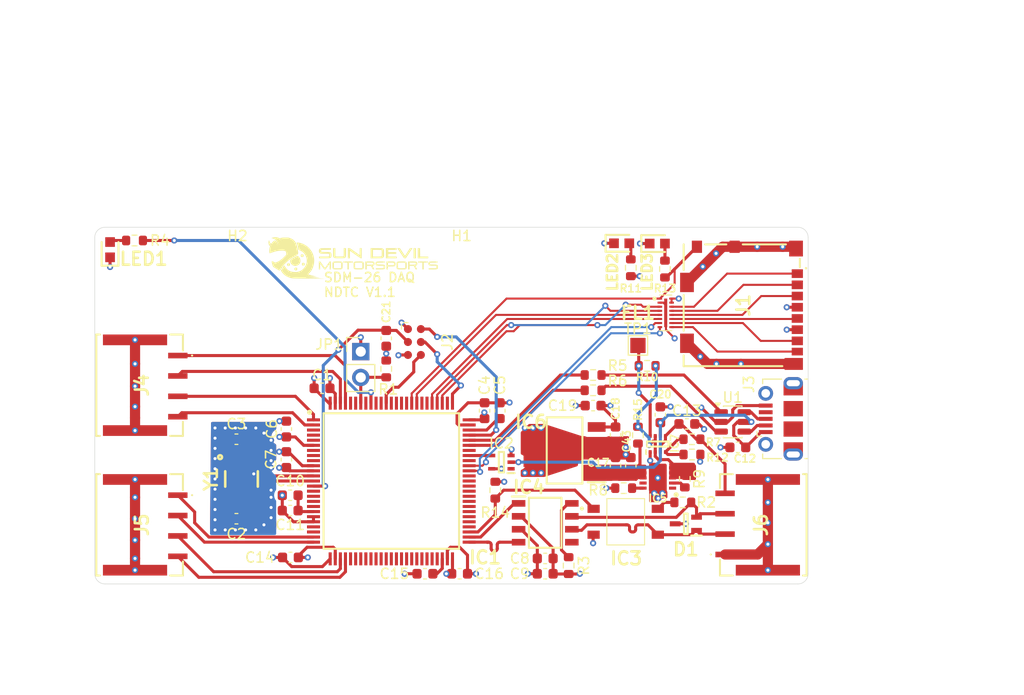
<source format=kicad_pcb>
(kicad_pcb (version 20241229) (generator "pcbnew") (generator_version "9.0")
  (layers (0 "F.Cu" signal) (4 "In1.Cu" signal) (6 "In2.Cu" signal) (2 "B.Cu" signal) (13 "F.Paste" user) (15 "B.Paste" user) (5 "F.SilkS" user "F.Silkscreen") (7 "B.SilkS" user "B.Silkscreen") (1 "F.Mask" user) (3 "B.Mask" user) (25 "Edge.Cuts" user))
  (net 0 "")
  (net 1 "GND")
  (net 2 "/HSE_OUT")
  (net 3 "/HSE_IN")
  (net 4 "+3.3V")
  (net 5 "VCC")
  (net 6 "GNDA")
  (net 7 "VBUS")
  (net 8 "/CAN_LOW")
  (net 9 "/CAN_HI")
  (net 10 "/SDMMC1_D3")
  (net 11 "Net-(FL1-DAT2_EX)")
  (net 12 "/SDMMC1_CMD")
  (net 13 "Net-(FL1-CMD_EX)")
  (net 14 "/SDMMC1_CK")
  (net 15 "Net-(FL1-DAT1_EX)")
  (net 16 "/SDMMC1_D2")
  (net 17 "Net-(FL1-CLK_EX)")
  (net 18 "Net-(FL1-DAT3_EX)")
  (net 19 "/SDMMC1_D0")
  (net 20 "Net-(FL1-DAT0_EX)")
  (net 21 "/SDMMC1_D1")
  (net 22 "/SDMMC1_CD")
  (net 33 "/Reset")
  (net 38 "WheelSpeed_2")
  (net 39 "WheelSpeed_4")
  (net 40 "/USB_OTG_DM")
  (net 45 "/SWDIO")
  (net 49 "Net-(IC1-BOOT0)")
  (net 52 "/USB_OTG_DP")
  (net 54 "/SWCLK")
  (net 62 "/FDCAN2_RX")
  (net 68 "/FDCAN2_TX")
  (net 69 "/USER_LED")
  (net 70 "/ECU_Feedback")
  (net 73 "/CAN_TERM")
  (net 75 "/SWO")
  (net 77 "WheelSpeed_3")
  (net 82 "/USB_OTG_VBUS")
  (net 86 "TC_Prediction")
  (net 90 "WheelSpeed_1")
  (net 92 "Net-(IC3-Pad6)")
  (net 93 "+5V")
  (net 96 "Net-(J3-D+)")
  (net 104 "Net-(J3-D-)")
  (net 105 "Net-(LED1-A)")
  (net 106 "Net-(IC1-VCAP_2)")
  (net 107 "Net-(IC1-VCAP_1)")
  (net 108 "Net-(LED2-A)")
  (net 111 "Net-(IC4-Rs)")
  (net 113 "Net-(IC5-ILIM)")
  (net 115 "Net-(IC5-EN{slash}UVLO)")
  (net 116 "Net-(IC7-ST)")
  (net 117 "Net-(R5-Pad1)")
  (net 118 "Net-(R6-Pad2)")
  (net 119 "/MISC_1")
  (net 120 "/MISC_2")
  (net 125 "Net-(IC7-PR1)")
  (net 126 "Net-(LED3-A)")
  (net 127 "/EFUSE_OUT")
  (footprint "SDM_MiscFootprint:ABM3B" (layer "F.Cu") (at 114.4 139.7 -90)
    (property "Reference" "Y1")
    (property "Value" "ABM3B-8.000MHZ-10-1-U-T" (hide yes))
  )
  (footprint "SDM_MiscFootprint:SM04BULHK1TA1ETBHF" (layer "F.Cu") (at 104.4 130.5 90)
    (property "Reference" "J4")
    (property "Value" "SM04B-ULHK-1TA1-ETB_HF_" (hide yes))
  )
  (footprint "Connector_PinHeader_2.54mm:PinHeader_1x02_P2.54mm_Vertical" (layer "F.Cu") (at 126.1 127.2)
    (property "Reference" "JP1")
    (property "Value" "BOOT")
  )
  (footprint "Resistor_SMD:R_0603_1608Metric" (layer "F.Cu") (at 153.3 135.4 -90)
    (property "Reference" "R15")
    (property "Value" "0")
  )
  (footprint "SDM_MiscFootprint:SOT65P210X110-5L" (layer "F.Cu") (at 139.9 138.05 180)
    (property "Reference" "IC2")
    (property "Value" "74LVC1G17SE-7" (hide yes))
  )
  (footprint "Resistor_SMD:R_0603_1608Metric" (layer "F.Cu") (at 148.9 131)
    (property "Reference" "R6")
    (property "Value" "27")
  )
  (footprint "Capacitor_SMD:C_0603_1608Metric" (layer "F.Cu") (at 132.4 149 180)
    (property "Reference" "C15")
    (property "Value" "2.2uF")
  )
  (footprint "MountingHole:MountingHole_3.2mm_M3" (layer "F.Cu") (at 136 120)
    (property "Reference" "H1")
    (property "Value" "M3")
  )
  (footprint "Capacitor_SMD:C_0603_1608Metric" (layer "F.Cu") (at 118.8 137.8 90)
    (property "Reference" "C7")
    (property "Value" "100nF")
  )
  (footprint "Capacitor_SMD:C_0603_1608Metric" (layer "F.Cu") (at 119.175 142.8 180)
    (property "Reference" "C11")
    (property "Value" "1uF")
  )
  (footprint "Resistor_SMD:R_0603_1608Metric" (layer "F.Cu") (at 154.2 128.6 180)
    (property "Reference" "R10")
    (property "Value" "10k")
  )
  (footprint "Package_TO_SOT_SMD:SOT-23-6" (layer "F.Cu") (at 162.6 134.1)
    (property "Reference" "U1")
    (property "Value" "USBLC6-2SC6")
  )
  (footprint "SDM_MiscFootprint:SM04BULHK1TA1ETBHF" (layer "F.Cu") (at 165.6 144.2 -90)
    (property "Reference" "J6")
    (property "Value" "SM04B-ULHK-1TA1-ETB_HF_" (hide yes))
  )
  (footprint "SDM_MiscFootprint:SOIC127P600X175-8L" (layer "F.Cu") (at 144.2 144)
    (property "Reference" "IC4")
    (property "Value" "SN65HVD230QDR" (hide yes))
  )
  (footprint "SDM_MiscFootprint:1040310811" (layer "F.Cu") (at 163.644 122.655 90)
    (property "Reference" "J1")
    (property "Value" "104031-0811" (hide yes))
  )
  (footprint "Capacitor_SMD:C_0603_1608Metric" (layer "F.Cu") (at 128.6 125.9 -90)
    (property "Reference" "C21")
    (property "Value" "100nF")
  )
  (footprint "SDM_MiscFootprint:SOTFL50P160X60-8L" (layer "F.Cu") (at 155.25 136.2695 90)
    (property "Reference" "IC7")
    (property "Value" "TPS2116DRLR" (hide yes))
  )
  (footprint "TestPoint:TestPoint_Pad_1.5x1.5mm" (layer "F.Cu") (at 153.3 126.6)
    (property "Reference" "TP1")
    (property "Value" "ST_5V")
  )
  (footprint "Capacitor_SMD:C_0603_1608Metric" (layer "F.Cu") (at 139.75 133 -90)
    (property "Reference" "C5")
    (property "Value" "2.2uF")
  )
  (footprint "Resistor_SMD:R_0603_1608Metric" (layer "F.Cu") (at 128.6 128.9 -90)
    (property "Reference" "R1")
    (property "Value" "10k")
  )
  (footprint "Capacitor_SMD:C_0603_1608Metric" (layer "F.Cu") (at 122.3 130.8 180)
    (property "Reference" "C1")
    (property "Value" "100nF")
  )
  (footprint "LOGO" (layer "F.Cu") (at 125.4 118)
    (property "Reference" "G***" (hide yes))
    (property "Value" "LOGO" (hide yes))
  )
  (footprint "SDM_MiscFootprint:LEDC1608X80N" (layer "F.Cu") (at 151.7 116.575)
    (property "Reference" "LED2")
    (property "Value" "150060RS75000" (hide yes))
  )
  (footprint "Resistor_SMD:R_0603_1608Metric" (layer "F.Cu") (at 157.9 139.7 -90)
    (property "Reference" "R9")
    (property "Value" "1M")
  )
  (footprint "Resistor_SMD:R_0603_1608Metric" (layer "F.Cu") (at 139.3 140.8 -90)
    (property "Reference" "R14")
    (property "Value" "10k")
  )
  (footprint "Capacitor_SMD:C_0603_1608Metric" (layer "F.Cu") (at 155.5 133.4 90)
    (property "Reference" "C20")
    (property "Value" "1uF")
  )
  (footprint "SDM_MiscFootprint:Tag-Connect_TC2030-IDC-NL_2x03_P1.27mm_Vertical" (layer "F.Cu") (at 131.365 126.26 -90)
    (property "Reference" "J2")
    (property "Value" "Conn_ARM_SWD_TagConnect_TC2030-NL")
  )
  (footprint "Resistor_SMD:R_0603_1608Metric" (layer "F.Cu") (at 158.6 137.3)
    (property "Reference" "R12")
    (property "Value" "10k")
  )
  (footprint "Capacitor_SMD:C_0603_1608Metric" (layer "F.Cu") (at 113.9 143.6 180)
    (property "Reference" "C2")
    (property "Value" "6pF")
  )
  (footprint "SDM_MiscFootprint:LEDC1608X80N" (layer "F.Cu") (at 101.5 117.2 90)
    (property "Reference" "LED1")
    (property "Value" "150060GS75000" (hide yes))
  )
  (footprint "Capacitor_SMD:C_0603_1608Metric" (layer "F.Cu") (at 135.8 149 180)
    (property "Reference" "C16")
    (property "Value" "100nF")
  )
  (footprint "Capacitor_SMD:C_0603_1608Metric" (layer "F.Cu") (at 152.6 138.375 90)
    (property "Reference" "C43")
    (property "Value" "1uF")
  )
  (footprint "Capacitor_SMD:C_0603_1608Metric" (layer "F.Cu") (at 151.1 138.375 -90)
    (property "Reference" "C17")
    (property "Value" "10uF")
  )
  (footprint "Resistor_SMD:R_0603_1608Metric" (layer "F.Cu") (at 151.9 140.6)
    (property "Reference" "R8")
    (property "Value" "60.4k")
  )
  (footprint "SDM_MiscFootprint:SM04BULHK1TA1ETBHF" (layer "F.Cu") (at 104.4 144.2 90)
    (property "Reference" "J5")
    (property "Value" "SM04B-ULHK-1TA1-ETB_HF_" (hide yes))
  )
  (footprint "Capacitor_SMD:C_0603_1608Metric" (layer "F.Cu") (at 119.175 141.3)
    (property "Reference" "C10")
    (property "Value" "100nF")
  )
  (footprint "Resistor_SMD:R_0603_1608Metric" (layer "F.Cu") (at 148.9 129.5 180)
    (property "Reference" "R5")
    (property "Value" "27")
  )
  (footprint "SDM_MiscFootprint:SOT65P210X110-3N" (layer "F.Cu") (at 158 144.1 180)
    (property "Reference" "D1")
    (property "Value" "ESDCAN03-2BWY" (hide yes))
  )
  (footprint "SDM_MiscFootprint:TLP266J" (layer "F.Cu") (at 152.15 143.9)
    (property "Reference" "IC3")
    (property "Value" "TLP175A_TPL,E" (hide yes))
  )
  (footprint "SDM_MiscFootprint:SON50P300X300X100-11L-D" (layer "F.Cu") (at 155.249 139.6 180)
    (property "Reference" "IC5")
    (property "Value" "TPS259250DRCR" (hide yes))
  )
  (footprint "Capacitor_SMD:C_0603_1608Metric" (layer "F.Cu") (at 163.1 136.6)
    (property "Reference" "C12")
    (property "Value" "100nF")
  )
  (footprint "Resistor_SMD:R_0603_1608Metric" (layer "F.Cu") (at 103.9 116.3 180)
    (property "Reference" "R4")
    (property "Value" "5.05")
  )
  (footprint "Capacitor_SMD:C_0603_1608Metric" (layer "F.Cu") (at 144.2 149)
    (property "Reference" "C9")
    (property "Value" "100nF")
  )
  (footprint "Capacitor_SMD:C_0603_1608Metric" (layer "F.Cu") (at 144.2 147.5)
    (property "Reference" "C8")
    (property "Value" "100nF")
  )
  (footprint "Resistor_SMD:R_0603_1608Metric" (layer "F.Cu") (at 146.5 148.2 90)
    (property "Reference" "R3")
    (property "Value" "10k")
  )
  (footprint "SDM_MiscFootprint:QFP50P1600X1600X160-100L" (layer "F.Cu") (at 129.1 139.9)
    (property "Reference" "IC1")
    (property "Value" "STM32H743VIT6" (hide yes))
  )
  (footprint "Capacitor_SMD:C_0603_1608Metric" (layer "F.Cu") (at 118.8 134.8 90)
    (property "Reference" "C6")
    (property "Value" "100nF")
  )
  (footprint "Capacitor_SMD:C_0603_1608Metric" (layer "F.Cu") (at 151.1 135.375 90)
    (property "Reference" "C18")
    (property "Value" "10uF")
  )
  (footprint "Connector_USB:USB_Micro-B_Molex-105017-0001" (layer "F.Cu") (at 167.3 133.8 90)
    (property "Reference" "J3")
    (property "Value" "USB_B_Micro")
  )
  (footprint "SDM_MiscFootprint:SOT230P700X180-4N" (layer "F.Cu") (at 146.1 136.9 180)
    (property "Reference" "IC6")
    (property "Value" "MIC37100-3.3WS" (hide yes))
  )
  (footprint "MountingHole:MountingHole_3.2mm_M3" (layer "F.Cu") (at 114 120)
    (property "Reference" "H2")
    (property "Value" "M3")
  )
  (footprint "Resistor_SMD:R_0603_1608Metric" (layer "F.Cu") (at 157.7 142)
    (property "Reference" "R2")
    (property "Value" "120")
  )
  (footprint "Capacitor_SMD:C_0603_1608Metric" (layer "F.Cu") (at 113.9 135.8)
    (property "Reference" "C3")
    (property "Value" "6pF")
  )
  (footprint "Resistor_SMD:R_0603_1608Metric" (layer "F.Cu") (at 155.95 119.1 90)
    (property "Reference" "R13")
    (property "Value" "68")
  )
  (footprint "Capacitor_SMD:C_0603_1608Metric" (layer "F.Cu") (at 138.25 133 -90)
    (property "Reference" "C4")
    (property "Value" "100nF")
  )
  (footprint "Capacitor_SMD:C_0603_1608Metric" (layer "F.Cu") (at 158.1 134.3 180)
    (property "Reference" "C13")
    (property "Value" "1uF")
  )
  (footprint "Resistor_SMD:R_0603_1608Metric" (layer "F.Cu") (at 158.6 135.8 180)
    (property "Reference" "R7")
    (property "Value" "10k")
  )
  (footprint "SDM_MiscFootprint:LEDC1608X80N" (layer "F.Cu") (at 155.2 116.6)
    (property "Reference" "LED3")
    (property "Value" "150060RS75000" (hide yes))
  )
  (footprint "Resistor_SMD:R_0603_1608Metric" (layer "F.Cu") (at 152.6 118.975 90)
    (property "Reference" "R11")
    (property "Value" "68")
  )
  (footprint "SDM_MiscFootprint:EMIF06MSD02N16" (layer "F.Cu") (at 155.825 123.4 -90)
    (property "Reference" "FL1")
    (property "Value" "EMIF06-MSD02N16" (hide yes))
  )
  (footprint "Capacitor_SMD:C_0603_1608Metric" (layer "F.Cu") (at 148.9 132.5)
    (property "Reference" "C19")
    (property "Value" "4.7uF")
  )
  (footprint "Capacitor_SMD:C_0603_1608Metric" (layer "F.Cu") (at 119.2 147.4)
    (property "Reference" "C14")
    (property "Value" "100nF")
  )
  (gr_line (start 101 115) (end 169 115) (stroke (width 0.05)) (layer "Edge.Cuts"))
  (gr_arc (start 170 149) (mid 169.707107 149.707107) (end 169 150) (stroke (width 0.05)) (layer "Edge.Cuts"))
  (gr_arc (start 100 116) (mid 100.292893 115.292893) (end 101 115) (stroke (width 0.05)) (layer "Edge.Cuts"))
  (gr_arc (start 101 150) (mid 100.292893 149.707107) (end 100 149) (stroke (width 0.05)) (layer "Edge.Cuts"))
  (gr_line (start 100 149) (end 100 116) (stroke (width 0.05)) (layer "Edge.Cuts"))
  (gr_line (start 170 116) (end 170 149) (stroke (width 0.05)) (layer "Edge.Cuts"))
  (gr_line (start 169 150) (end 101 150) (stroke (width 0.05)) (layer "Edge.Cuts"))
  (gr_arc (start 169 115) (mid 169.707107 115.292893) (end 170 116) (stroke (width 0.05)) (layer "Edge.Cuts"))
  (gr_text "SDM-26 DAQ\nNDTC V1.1" (at 122.4 121.9 0) (layer "F.SilkS") (effects (font (size 0.9 0.9)) (justify left bottom)))
  (segment (start 154.5 137.9) (end 154.5 137.0575) (width 0.3) (layer "F.Cu") (net 1))
  (segment (start 113.125 143.6) (end 113.125 141.775) (width 0.3) (layer "F.Cu") (net 1))
  (segment (start 159.414 127.686) (end 158.113 126.385) (width 1) (layer "F.Cu") (net 1))
  (segment (start 113.125 143.6) (end 113.125 144.375) (width 0.3) (layer "F.Cu") (net 1))
  (segment (start 147.575 149.025) (end 147.6 149) (width 0.3) (layer "F.Cu") (net 1))
  (segment (start 138.25 132.225) (end 139.75 132.225) (width 0.3) (layer "F.Cu") (net 1))
  (segment (start 168.638 116.915) (end 168.813 117.09) (width 1) (layer "F.Cu") (net 1))
  (segment (start 136.625 132.225) (end 138.25 132.225) (width 0.3) (layer "F.Cu") (net 1))
  (segment (start 144.975 146.512) (end 144.975 147.5) (width 0.3) (layer "F.Cu") (net 1))
  (segment (start 123.1 132.262) (end 122.987 132.262) (width 0.3) (layer "F.Cu") (net 1))
  (segment (start 149.95 137.6) (end 149.25 136.9) (width 0.3) (layer "F.Cu") (net 1))
  (segment (start 136.575 149) (end 137.4 149) (width 0.3) (layer "F.Cu") (net 1))
  (segment (start 162.788 116.915) (end 161.613 116.915) (width 1) (layer "F.Cu") (net 1))
  (segment (start 163.4 128.41) (end 161 128.41) (width 1) (layer "F.Cu") (net 1))
  (segment (start 166.05 142) (end 166.05 144) (width 1) (layer "F.Cu") (net 1))
  (segment (start 103.95 145.7) (end 103.95 147.5) (width 1) (layer "F.Cu") (net 1))
  (segment (start 152.3 137.3) (end 152.6 137.6) (width 0.3) (layer "F.Cu") (net 1))
  (segment (start 148.9 145.22) (end 148.95 145.17) (width 0.3) (layer "F.Cu") (net 1))
  (segment (start 151.1 137.6) (end 149.95 137.6) (width 0.3) (layer "F.Cu") (net 1))
  (segment (start 139.75 132.225) (end 140.675 132.225) (width 0.3) (layer "F.Cu") (net 1))
  (segment (start 150.2 140.6) (end 151.075 140.6) (width 0.3) (layer "F.Cu") (net 1))
  (segment (start 123.1 147.538) (end 122.338 148.3) (width 0.3) (layer "F.Cu") (net 1))
  (segment (start 140.85 136.85) (end 140.9 136.8) (width 0.3) (layer "F.Cu") (net 1))
  (segment (start 151.65 136.15) (end 151.1 136.15) (width 0.3) (layer "F.Cu") (net 1))
  (segment (start 166.05 139.75) (end 166.05 142) (width 1) (layer "F.Cu") (net 1))
  (segment (start 140.85 137.4) (end 140.85 136.85) (width 0.3) (layer "F.Cu") (net 1))
  (segment (start 103.95 132.6) (end 103.95 133.7) (width 1) (layer "F.Cu") (net 1))
  (segment (start 160.138 128.41) (end 159.414 127.686) (width 1) (layer "F.Cu") (net 1))
  (segment (start 144.975 146.512) (end 141.828 143.365) (width 0.3) (layer "F.Cu") (net 1))
  (segment (start 103.95 140.05) (end 103.95 141.5) (width 1) (layer "F.Cu") (net 1))
  (segment (start 150 136.15) (end 149.25 136.9) (width 0.3) (layer "F.Cu") (net 1))
  (segment (start 118.98781 137.025) (end 118.8 137.025) (width 0.3) (layer "F.Cu") (net 1))
  (segment (start 156.051 123.426) (end 156.025 123.4) (width 0.2) (layer "F.Cu") (net 1))
  (segment (start 118.1 137.025) (end 118.8 137.025) (width 0.3) (layer "F.Cu") (net 1))
  (segment (start 103.95 126.05) (end 103.95 128.4) (width 1) (layer "F.Cu") (net 1))
  (segment (start 113.125 141.775) (end 113.2 141.7) (width 0.3) (layer "F.Cu") (net 1))
  (segment (start 159.28076 134.3) (end 159.79038 134.80962) (width 0.3) (layer "F.Cu") (net 1))
  (segment (start 146.5 149.025) (end 145 149.025) (width 0.3) (layer "F.Cu") (net 1))
  (segment (start 161 128.41) (end 160.138 128.41) (width 1) (layer "F.Cu") (net 1))
  (segment (start 162.788 116.915) (end 165 116.915) (width 1) (layer "F.Cu") (net 1))
  (segment (start 165.8375 132.5) (end 163.012322 132.5) (width 0.3) (layer "F.Cu") (net 1))
  (segment (start 148.9 146) (end 148.9 145.22) (width 0.3) (layer "F.Cu") (net 1))
  (segment (start 141.589 143.465) (end 141.928 143.465) (width 0.3) (layer "F.Cu") (net 1))
  (segment (start 113.125 144.375) (end 112.8 144.7) (width 0.3) (layer "F.Cu") (net 1))
  (segment (start 115.6 139.2) (end 115.6 137.7) (width 0.3) (layer "F.Cu") (net 1))
  (segment (start 134.9 146.4) (end 135.8 146.4) (width 0.3) (layer "F.Cu") (net 1))
  (segment (start 122.338 148.3) (end 119.325 148.3) (width 0.3) (layer "F.Cu") (net 1))
  (segment (start 122.987 132.262) (end 121.525 130.8) (width 0.3) (layer "F.Cu") (net 1))
  (segment (start 123.1 132.362) (end 123.087 132.362) (width 0.3) (layer "F.Cu") (net 1))
  (segment (start 156.025 123.4) (end 156.025 122.625) (width 0.2) (layer "F.Cu") (net 1))
  (segment (start 136.575 147.175) (end 136.575 149) (width 0.3) (layer "F.Cu") (net 1))
  (segment (start 151.1 136.15) (end 150 136.15) (width 0.3) (layer "F.Cu") (net 1))
  (segment (start 156.9 125.9) (end 156.051 125.051) (width 0.2) (layer "F.Cu") (net 1))
  (segment (start 136.738 134.4) (end 135.7 134.4) (width 0.3) (layer "F.Cu") (net 1))
  (segment (start 135.7 134.4) (end 135.55 134.25) (width 0.3) (layer "F.Cu") (net 1))
  (segment (start 165 116.915) (end 167.5 116.915) (width 1) (layer "F.Cu") (net 1))
  (segment (start 161.85 147.11) (end 165.04 147.11) (width 1) (layer "F.Cu") (net 1))
  (segment (start 162.6 133.624998) (end 162.124998 134.1) (width 0.3) (layer "F.Cu") (net 1))
  (segment (start 166.05 146.1) (end 166.05 148.65) (width 1) (layer "F.Cu") (net 1))
  (segment (start 152.1 137.3) (end 151.8 137.6) (width 0.3) (layer "F.Cu") (net 1))
  (segment (start 161.613 116.915) (end 160.964 117.564) (width 1) (layer "F.Cu") (net 1))
  (segment (start 147.2 132.5) (end 148.125 132.5) (width 0.3) (layer "F.Cu") (net 1))
  (segment (start 166.05 144) (end 166.05 146.1) (width 1) (layer "F.Cu") (net 1))
  (segment (start 101.5 117.95) (end 101.5 118.9) (width 0.3) (layer "F.Cu") (net 1))
  (segment (start 156.95 144.1) (end 158 144.1) (width 0.3) (layer "F.Cu") (net 1))
  (segment (start 159.425 137.975) (end 159.4 138) (width 0.3) (layer "F.Cu") (net 1))
  (segment (start 103.95 147.5) (end 103.95 148.599) (width 1) (layer "F.Cu") (net 1))
  (segment (start 118.425 147.4) (end 117.5 147.4) (width 0.3) (layer "F.Cu") (net 1))
  (segment (start 131.625 149) (end 130.4 149) (width 0.3) (layer "F.Cu") (net 1))
  (segment (start 139.3 139.975) (end 140.175 139.975) (width 0.3) (layer "F.Cu") (net 1))
  (segment (start 167.5 116.915) (end 168.638 116.915) (width 1) (layer "F.Cu") (net 1))
  (segment (start 160.964 117.564) (end 159.664 118.864) (width 1) (layer "F.Cu") (net 1))
  (segment (start 118.8 137.1) (end 118.8 137.025) (width 0.2) (layer "F.Cu") (net 1))
  (segment (start 158.875 134.3) (end 159.28076 134.3) (width 0.3) (layer "F.Cu") (net 1))
  (segment (start 134.6 147.538) (end 134.6 146.7) (width 0.3) (layer "F.Cu") (net 1))
  (segment (start 130.73 127.53) (end 129.83 127.53) (width 0.3) (layer "F.Cu") (net 1))
  (segment (start 168.938 125.05) (end 167.9 125.05) (width 0.3) (layer "F.Cu") (net 1))
  (segment (start 144.975 147.5) (end 144.975 149) (width 0.3) (layer "F.Cu") (net 1))
  (segment (start 162.325 136.6) (end 161.4 136.6) (width 0.3) (layer "F.Cu") (net 1))
  (segment (start 135.8 146.4) (end 136.575 147.175) (width 0.3) (layer "F.Cu") (net 1))
  (segment (start 152.1 137.3) (end 152.3 137.3) (width 0.3) (layer "F.Cu") (net 1))
  (segment (start 103.95 130.6) (end 103.95 132.6) (width 1) (layer "F.Cu") (net 1))
  (segment (start 155.45 122.4) (end 155.8 122.4) (width 0.2) (layer "F.Cu") (net 1))
  (segment (start 146.5 149.025) (end 147.575 149.025) (width 0.3) (layer "F.Cu") (net 1))
  (segment (start 141.828 143.365) (end 141.589 143.365) (width 0.3) (layer "F.Cu") (net 1))
  (segment (start 163.012322 132.5) (end 162.6 132.912322) (width 0.3) (layer "F.Cu") (net 1))
  (segment (start 128.6 127.4) (end 128.6 126.675) (width 0.3) (layer "F.Cu") (net 1))
  (segment (start 103.95 141.5) (end 103.95 143.6) (width 1) (layer "F.Cu") (net 1))
  (segment (start 159.664 118.864) (end 158.113 120.415) (width 1) (layer "F.Cu") (net 1))
  (segment (start 160.91924 134.1) (end 159.50962 132.69038) (width 0.3) (layer "F.Cu") (net 1))
  (segment (start 113.125 135.8) (end 113.125 135.025) (width 0.3) (layer "F.Cu") (net 1))
  (segment (start 140.675 132.225) (end 140.7 132.2) (width 0.3) (layer "F.Cu") (net 1))
  (segment (start 161.4625 134.1) (end 160.91924 134.1) (width 0.3) (layer "F.Cu") (net 1))
  (segment (start 155.5 132.625) (end 156.475 132.625) (width 0.3) (layer "F.Cu") (net 1))
  (segment (start 159.425 137.3) (end 159.425 137.975) (width 0.3) (layer "F.Cu") (net 1))
  (segment (start 156.475 132.625) (end 156.5 132.6) (width 0.3) (layer "F.Cu") (net 1))
  (segment (start 103.95 133.7) (end 103.95 134.95) (width 1) (layer "F.Cu") (net 1))
  (segment (start 120.36281 138.4) (end 118.98781 137.025) (width 0.3) (layer "F.Cu") (net 1))
  (segment (start 135.55 134.25) (end 135.55 133.3) (width 0.3) (layer "F.Cu") (net 1))
  (segment (start 118.125 134.025) (end 118.8 134.025) (width 0.3) (layer "F.Cu") (net 1))
  (segment (start 151.1 137.6) (end 151.1 136.15) (width 0.3) (layer "F.Cu") (net 1))
  (segment (start 156.025 122.625) (end 155.8 122.4) (width 0.2) (layer "F.Cu") (net 1))
  (segment (start 123.1 132.362) (end 123.1 132.175) (width 0.3) (layer "F.Cu") (net 1))
  (segment (start 121.525 130.8) (end 121.525 129.8) (width 0.3) (layer "F.Cu") (net 1))
  (segment (start 152.1 136.6) (end 151.65 136.15) (width 0.3) (layer "F.Cu") (net 1))
  (segment (start 121.462 138.4) (end 120.36281 138.4) (width 0.3) (layer "F.Cu") (net 1))
  (segment (start 103.95 128.4) (end 103.95 130.6) (width 1) (layer "F.Cu") (net 1))
  (segment (start 128.6 128.075) (end 128.6 127.4) (width 0.3) (layer "F.Cu") (net 1))
  (segment (start 162.6 132.912322) (end 162.6 133.624998) (width 0.3) (layer "F.Cu") (net 1))
  (segment (start 150.95 116.575) (end 150 116.575) (width 0.3) (layer "F.Cu") (net 1))
  (segment (start 162.124998 134.1) (end 161.4625 134.1) (width 0.3) (layer "F.Cu") (net 1))
  (segment (start 103.95 143.6) (end 103.95 145.7) (width 1) (layer "F.Cu") (net 1))
  (segment (start 119.325 148.3) (end 118.425 147.4) (width 0.3) (layer "F.Cu") (net 1))
  (segment (start 165.04 147.11) (end 166.05 146.1) (width 1) (layer "F.Cu") (net 1))
  (segment (start 151.8 137.6) (end 151.1 137.6) (width 0.3) (layer "F.Cu") (net 1))
  (segment (start 135.55 133.3) (end 136.625 132.225) (width 0.3) (layer "F.Cu") (net 1))
  (segment (start 134.6 146.7) (end 134.9 146.4) (width 0.3) (layer "F.Cu") (net 1))
  (segment (start 113.125 135.025) (end 112.8 134.7) (width 0.3) (layer "F.Cu") (net 1))
  (segment (start 154.45 116.6) (end 153.5 116.6) (width 0.3) (layer "F.Cu") (net 1))
  (segment (start 156.051 125.051) (end 156.051 123.426) (width 0.2) (layer "F.Cu") (net 1))
  (segment (start 168.588 128.41) (end 163.4 128.41) (width 1) (layer "F.Cu") (net 1))
  (segment (start 145 149.025) (end 144.975 149) (width 0.3) (layer "F.Cu") (net 1))
  (via (at 117.299997 138.6) (size 0.6) (drill 0.3) (layers "F.Cu" "B.Cu") (net 1))
  (via (at 166.05 139.75) (size 0.6) (drill 0.3) (layers "F.Cu" "B.Cu") (net 1))
  (via (at 111.8 138.7) (size 0.6) (drill 0.3) (layers "F.Cu" "B.Cu") (net 1))
  (via (at 140.7 132.2) (size 0.6) (drill 0.3) (layers "F.Cu" "B.Cu") (net 1))
  (via (at 121.525 129.8) (size 0.6) (drill 0.3) (layers "F.Cu" "B.Cu") (net 1))
  (via (at 147.6 149) (size 0.6) (drill 0.3) (layers "F.Cu" "B.Cu") (net 1))
  (via (at 112.8 144.7) (size 0.6) (drill 0.3) (layers "F.Cu" "B.Cu") (net 1))
  (via (at 117.3 143.5) (size 0.6) (drill 0.3) (layers "F.Cu" "B.Cu") (net 1))
  (via (at 111.8 143.7) (size 0.6) (drill 0.3) (layers "F.Cu" "B.Cu") (net 1))
  (via (at 167.9 125.05) (size 0.6) (drill 0.3) (layers "F.Cu" "B.Cu") (net 1))
  (via (at 114.8 144.7) (size 0.6) (drill 0.3) (layers "F.Cu" "B.Cu") (net 1))
  (via (at 152.1 136.6) (size 0.6) (drill 0.3) (layers "F.Cu" "B.Cu") (net 1))
  (via (at 111.8 136.7) (size 0.6) (drill 0.3) (layers "F.Cu" "B.Cu") (net 1))
  (via (at 115.6 139.2) (size 0.6) (drill 0.3) (layers "F.Cu" "B.Cu") (net 1))
  (via (at 148.9 146) (size 0.6) (drill 0.3) (layers "F.Cu" "B.Cu") (net 1))
  (via (at 140.9 136.8) (size 0.6) (drill 0.3) (layers "F.Cu" "B.Cu") (net 1))
  (via (at 159.4 138) (size 0.6) (drill 0.3) (layers "F.Cu" "B.Cu") (net 1))
  (via (at 158 144.1) (size 0.6) (drill 0.3) (layers "F.Cu" "B.Cu") (net 1))
  (via (at 163.4 128.41) (size 0.6) (drill 0.3) (layers "F.Cu" "B.Cu") (net 1))
  (via (at 156.9 125.9) (size 0.6) (drill 0.3) (layers "F.Cu" "B.Cu") (net 1))
  (via (at 159.414 127.686) (size 0.6) (drill 0.3) (layers "F.Cu" "B.Cu") (net 1))
  (via (at 161 128.41) (size 0.6) (drill 0.3) (layers "F.Cu" "B.Cu") (net 1))
  (via (at 115.8 134.7) (size 0.6) (drill 0.3) (layers "F.Cu" "B.Cu") (net 1))
  (via (at 166.05 146.1) (size 0.6) (drill 0.3) (layers "F.Cu" "B.Cu") (net 1))
  (via (at 166.05 144) (size 0.6) (drill 0.3) (layers "F.Cu" "B.Cu") (net 1))
  (via (at 103.95 145.7) (size 0.6) (drill 0.3) (layers "F.Cu" "B.Cu") (net 1))
  (via (at 137.4 149) (size 0.6) (drill 0.3) (layers "F.Cu" "B.Cu") (net 1))
  (via (at 114.8 134.7) (size 0.6) (drill 0.3) (layers "F.Cu" "B.Cu") (net 1))
  (via (at 161.4 136.6) (size 0.6) (drill 0.3) (layers "F.Cu" "B.Cu") (net 1))
  (via (at 103.95 139.75) (size 0.6) (drill 0.3) (layers "F.Cu" "B.Cu") (net 1))
  (via (at 103.95 128.4) (size 0.6) (drill 0.3) (layers "F.Cu" "B.Cu") (net 1))
  (via (at 159.50962 132.69038) (size 0.6) (drill 0.3) (layers "F.Cu" "B.Cu") (net 1))
  (via (at 142.2 139.1) (size 0.6) (drill 0.3) (layers "F.Cu" "B.Cu") (net 1))
  (via (at 159.79038 134.80962) (size 0.6) (drill 0.3) (layers "F.Cu" "B.Cu") (net 1))
  (via (at 103.95 143.6) (size 0.6) (drill 0.3) (layers "F.Cu" "B.Cu") (net 1))
  (via (at 155.7 141.1) (size 0.6) (drill 0.3) (layers "F.Cu" "B.Cu") (net 1))
  (via (at 117.3 135.9) (size 0.6) (drill 0.3) (layers "F.Cu" "B.Cu") (net 1))
  (via (at 111.8 139.7) (size 0.6) (drill 0.3) (layers "F.Cu" "B.Cu") (net 1))
  (via (at 103.95 134.95) (size 0.6) (drill 0.3) (layers "F.Cu" "B.Cu") (net 1))
  (via (at 117.3 136.9) (size 0.6) (drill 0.3) (layers "F.Cu" "B.Cu") (net 1))
  (via (at 117.3 137.9) (size 0.6) (drill 0.3) (layers "F.Cu" "B.Cu") (net 1))
  (via (at 117.5 147.4) (size 0.6) (drill 0.3) (layers "F.Cu" "B.Cu") (net 1))
  (via (at 167.5 116.915) (size 0.6) (drill 0.3) (layers "F.Cu" "B.Cu") (net 1))
  (via (at 111.8 142.7) (size 0.6) (drill 0.3) (layers "F.Cu" "B.Cu") (net 1))
  (via (at 116.6 144.2) (size 0.6) (drill 0.3) (layers "F.Cu" "B.Cu") (net 1))
  (via (at 103.95 141.5) (size 0.6) (drill 0.3) (layers "F.Cu" "B.Cu") (net 1))
  (via (at 159.664 118.864) (size 0.6) (drill 0.3) (layers "F.Cu" "B.Cu") (net 1))
  (via (at 150 116.575) (size 0.6) (drill 0.3) (layers "F.Cu" "B.Cu") (net 1))
  (via (at 103.95 147.5) (size 0.6) (drill 0.3) (layers "F.Cu" "B.Cu") (net 1))
  (via (at 155.249 139.6) (size 0.6) (drill 0.3) (layers "F.Cu" "B.Cu") (net 1))
  (via (at 130.4 149) (size 0.6) (drill 0.3) (layers "F.Cu" "B.Cu") (net 1))
  (via (at 113.8 144.7) (size 0.6) (drill 0.3) (layers "F.Cu" "B.Cu") (net 1))
  (via (at 154.9 141.1) (size 0.6) (drill 0.3) (layers "F.Cu" "B.Cu") (net 1))
  (via (at 160.964 117.564) (size 0.6) (drill 0.3) (layers "F.Cu" "B.Cu") (net 1))
  (via (at 128.6 127.4) (size 0.6) (drill 0.3) (layers "F.Cu" "B.Cu") (net 1))
  (via (at 147.2 132.5) (size 0.6) (drill 0.3) (layers "F.Cu" "B.Cu") (net 1))
  (via (at 111.8 135.7) (size 0.6) (drill 0.3) (layers "F.Cu" "B.Cu") (net 1))
  (via (at 112.8 134.7) (size 0.6) (drill 0.3) (layers "F.Cu" "B.Cu") (net 1))
  (via (at 111.8 134.7) (size 0.6) (drill 0.3) (layers "F.Cu" "B.Cu") (net 1))
  (via (at 166.05 142) (size 0.6) (drill 0.3) (layers "F.Cu" "B.Cu") (net 1))
  (via (at 140.175 139.975) (size 0.6) (drill 0.3) (layers "F.Cu" "B.Cu") (net 1))
  (via (at 115.8 144.7) (size 0.6) (drill 0.3) (layers "F.Cu" "B.Cu") (net 1))
  (via (at 103.95 148.65) (size 0.6) (drill 0.3) (layers "F.Cu" "B.Cu") (net 1))
  (via (at 166.05 148.65) (size 0.6) (drill 0.3) (layers "F.Cu" "B.Cu") (net 1))
  (via (at 103.95 130.6) (size 0.6) (drill 0.3) (layers "F.Cu" "B.Cu") (net 1))
  (via (at 103.95 126.05) (size 0.6) (drill 0.3) (layers "F.Cu" "B.Cu") (net 1))
  (via (at 101.5 118.9) (size 0.6) (drill 0.3) (layers "F.Cu" "B.Cu") (net 1))
  (via (at 117.3 142.5) (size 0.6) (drill 0.3) (layers "F.Cu" "B.Cu") (net 1))
  (via (at 143.8 139.1) (size 0.6) (drill 0.3) (layers "F.Cu" "B.Cu") (net 1))
  (via (at 143.8 134.7) (size 0.6) (drill 0.3) (layers "F.Cu" "B.Cu") (net 1))
  (via (at 117.3 140.8) (size 0.6) (drill 0.3) (layers "F.Cu" "B.Cu") (net 1))
  (via (at 143 139.1) (size 0.6) (drill 0.3) (layers "F.Cu" "B.Cu") (net 1))
  (via (at 165 116.915) (size 0.6) (drill 0.3) (layers "F.Cu" "B.Cu") (net 1))
  (via (at 150.2 140.6) (size 0.6) (drill 0.3) (layers "F.Cu" "B.Cu") (net 1))
  (via (at 113.8 134.7) (size 0.6) (drill 0.3) (layers "F.Cu" "B.Cu") (net 1))
  (via (at 111.8 141.7) (size 0.6) (drill 0.3) (layers "F.Cu" "B.Cu") (net 1))
  (via (at 118.125 134.025) (size 0.6) (drill 0.3) (layers "F.Cu" "B.Cu") (net 1))
  (via (at 143 134.7) (size 0.6) (drill 0.3) (layers "F.Cu" "B.Cu") (net 1))
  (via (at 118.1 137.025) (size 0.6) (drill 0.3) (layers "F.Cu" "B.Cu") (net 1))
  (via (at 111.8 144.7) (size 0.6) (drill 0.3) (layers "F.Cu" "B.Cu") (net 1))
  (via (at 129.8 127.56) (size 0.6) (drill 0.3) (layers "F.Cu" "B.Cu") (net 1))
  (via (at 156.5 132.6) (size 0.6) (drill 0.3) (layers "F.Cu" "B.Cu") (net 1))
  (via (at 155.3 141.6) (size 0.6) (drill 0.3) (layers "F.Cu" "B.Cu") (net 1))
  (via (at 116.6 135.2) (size 0.6) (drill 0.3) (layers "F.Cu" "B.Cu") (net 1))
  (via (at 154.5 137.9) (size 0.6) (drill 0.3) (layers "F.Cu" "B.Cu") (net 1))
  (via (at 111.8 137.7) (size 0.6) (drill 0.3) (layers "F.Cu" "B.Cu") (net 1))
  (via (at 142.2 134.7) (size 0.6) (drill 0.3) (layers "F.Cu" "B.Cu") (net 1))
  (via (at 111.8 140.7) (size 0.6) (drill 0.3) (layers "F.Cu" "B.Cu") (net 1))
  (via (at 103.95 132.6) (size 0.6) (drill 0.3) (layers "F.Cu" "B.Cu") (net 1))
  (via (at 153.5 116.6) (size 0.6) (drill 0.3) (layers "F.Cu" "B.Cu") (net 1))
  (via (at 117.3 141.5) (size 0.6) (drill 0.3) (layers "F.Cu" "B.Cu") (net 1))
  (via (at 152.1 137.3) (size 0.6) (drill 0.3) (layers "F.Cu" "B.Cu") (net 1))
  (segment (start 116.6 142.7) (end 115.7 143.6) (width 0.3) (layer "F.Cu") (net 2))
  (segment (start 115.7 143.6) (end 114.675 143.6) (width 0.3) (layer "F.Cu") (net 2))
  (segment (start 117.279346 139.9) (end 116.6 140.579346) (width 0.3) (layer "F.Cu") (net 2))
  (segment (start 114.675 143.6) (end 114.675 142.625) (width 0.3) (layer "F.Cu") (net 2))
  (segment (start 121.462 139.9) (end 117.279346 139.9) (width 0.3) (layer "F.Cu") (net 2))
  (segment (start 116.6 140.579346) (end 116.6 142.7) (width 0.3) (layer "F.Cu") (net 2))
  (segment (start 114.675 142.625) (end 115.6 141.7) (width 0.3) (layer "F.Cu") (net 2))
  (segment (start 115.902 135.8) (end 114.675 135.8) (width 0.3) (layer "F.Cu") (net 3))
  (segment (start 113.2 137.7) (end 113.2 137.275) (width 0.3) (layer "F.Cu") (net 3))
  (segment (start 113.2 137.275) (end 114.675 135.8) (width 0.3) (layer "F.Cu") (net 3))
  (segment (start 117.1 139.4) (end 116.551 138.851) (width 0.3) (layer "F.Cu") (net 3))
  (segment (start 116.551 136.449) (end 115.902 135.8) (width 0.3) (layer "F.Cu") (net 3))
  (segment (start 116.551 138.851) (end 116.551 136.449) (width 0.3) (layer "F.Cu") (net 3))
  (segment (start 121.462 139.4) (end 117.1 139.4) (width 0.3) (layer "F.Cu") (net 3))
  (segment (start 123.075 129.825) (end 123.1 129.8) (width 0.3) (layer "F.Cu") (net 4))
  (segment (start 119.675 135.575) (end 118.8 135.575) (width 0.3) (layer "F.Cu") (net 4))
  (segment (start 123.4 146.4) (end 120.83302 146.4) (width 0.3) (layer "F.Cu") (net 4))
  (segment (start 121.462 143.9) (end 121.462 143.501) (width 0.3) (layer "F.Cu") (net 4))
  (segment (start 152.6 119.8) (end 153.475 119.8) (width 0.3) (layer "F.Cu") (net 4))
  (segment (start 130.1 124.36) (end 130.73 124.99) (width 0.3) (layer "F.Cu") (net 4))
  (segment (start 118.8 135.575) (end 118.125 135.575) (width 0.3) (layer "F.Cu") (net 4))
  (segment (start 120 147.3) (end 119.975 147.3) (width 0.2) (layer "F.Cu") (net 4))
  (segment (start 156.6 122) (end 157.3 122) (width 0.2) (layer "F.Cu") (net 4))
  (segment (start 120.83302 146.4) (end 119.975 147.25802) (width 0.3) (layer "F.Cu") (net 4))
  (segment (start 136.738 133.9) (end 138.125 133.9) (width 0.3) (layer "F.Cu") (net 4))
  (segment (start 119.975 147.25802) (end 119.975 147.4) (width 0.3) (layer "F.Cu") (net 4))
  (segment (start 123.6 132.262) (end 123.6 131.325) (width 0.3) (layer "F.Cu") (net 4))
  (segment (start 143.425 147.5) (end 143.425 149) (width 0.3) (layer "F.Cu") (net 4))
  (segment (start 135.025 149) (end 135.101 148.924) (width 0.3) (layer "F.Cu") (net 4))
  (segment (start 126.1 127.16) (end 126.1 125.8) (width 0.3) (layer "F.Cu") (net 4))
  (segment (start 120.5 136.4) (end 119.675 135.575) (width 0.3) (layer "F.Cu") (net 4))
  (segment (start 135.025 149) (end 134.5 149) (width 0.3) (layer "F.Cu") (net 4))
  (segment (start 138.25 133.196526) (end 138.228474 133.175) (width 0.3) (layer "F.Cu") (net 4))
  (segment (start 149.675 132.5) (end 150.6 132.5) (width 0.3) (layer "F.Cu") (net 4))
  (segment (start 119.5 143.9) (end 121.462 143.9) (width 0.3) (layer "F.Cu") (net 4))
  (segment (start 143.425 146.232) (end 143.425 147.5) (width 0.3) (layer "F.Cu") (net 4))
  (segment (start 156.6 122) (end 156.6 122.4) (width 0.2) (layer "F.Cu") (net 4))
  (segment (start 118.4 142.8) (end 119.5 143.9) (width 0.3) (layer "F.Cu") (net 4))
  (segment (start 149.25 134.6) (end 151.1 134.6) (width 0.3) (layer "F.Cu") (net 4))
  (segment (start 123.6 146.6) (end 123.4 146.4) (width 0.3) (layer "F.Cu") (net 4))
  (segment (start 123.6 147.538) (end 123.6 146.6) (width 0.3) (layer "F.Cu") (net 4))
  (segment (start 135.101 148.924) (end 135.101 147.538) (width 0.3) (layer "F.Cu") (net 4))
  (segment (start 139.9 138.7) (end 138.95 138.7) (width 0.3) (layer "F.Cu") (net 4))
  (segment (start 123.6 131.325) (end 123.075 130.8) (width 0.3) (layer "F.Cu") (net 4))
  (segment (start 118.8 138.575) (end 118.125 138.575) (width 0.3) (layer "F.Cu") (net 4))
  (segment (start 151.1 134.6) (end 151.1 133.925) (width 0.3) (layer "F.Cu") (net 4))
  (segment (start 143.425 146.232) (end 141.828 144.635) (width 0.3) (layer "F.Cu") (net 4))
  (segment (start 118.125 138.575) (end 118.1 138.6) (width 0.3) (layer "F.Cu") (net 4))
  (segment (start 143.425 149) (end 142.5 149) (width 0.3) (layer "F.Cu") (net 4))
  (segment (start 138.25 133.775) (end 138.25 133.196526) (width 0.3) (layer "F.Cu") (net 4))
  (segment (start 123.075 130.8) (end 123.075 129.8) (width 0.3) (layer "F.Cu") (net 4))
  (segment (start 121.462 136.4) (end 120.5 136.4) (width 0.3) (layer "F.Cu") (net 4))
  (segment (start 141.828 144.635) (end 141.589 144.635) (width 0.3) (layer "F.Cu") (net 4))
  (segment (start 151.1 133.925) (end 149.675 132.5) (width 0.3) (layer "F.Cu") (net 4))
  (segment (start 168.938 122.85) (end 167.9 122.85) (width 0.3) (layer "F.Cu") (net 4))
  (segment (start 138.125 133.9) (end 138.25 133.775) (width 0.3) (layer "F.Cu") (net 4))
  (segment (start 120.9 147.4) (end 119.975 147.4) (width 0.3) (layer "F.Cu") (net 4))
  (segment (start 119.125 138.9) (end 118.8 138.575) (width 0.3) (layer "F.Cu") (net 4))
  (segment (start 121.462 138.9) (end 119.125 138.9) (width 0.3) (layer "F.Cu") (net 4))
  (segment (start 141.589 144.735) (end 141.928 144.735) (width 0.3) (layer "F.Cu") (net 4))
  (segment (start 118.4 141.3) (end 118.4 142.8) (width 0.3) (layer "F.Cu") (net 4))
  (via (at 118.4 141.3) (size 0.6) (drill 0.3) (layers "F.Cu" "B.Cu") (net 4))
  (via (at 138.228474 133.175) (size 0.6) (drill 0.3) (layers "F.Cu" "B.Cu") (net 4))
  (via (at 153.475 119.8) (size 0.6) (drill 0.3) (layers "F.Cu" "B.Cu") (net 4))
  (via (at 126.1 125.8) (size 0.6) (drill 0.3) (layers "F.Cu" "B.Cu") (net 4))
  (via (at 150.6 132.5) (size 0.6) (drill 0.3) (layers "F.Cu" "B.Cu") (net 4))
  (via (at 134.5 149) (size 0.6) (drill 0.3) (layers "F.Cu" "B.Cu") (net 4))
  (via (at 142.5 149) (size 0.6) (drill 0.3) (layers "F.Cu" "B.Cu") (net 4))
  (via (at 118.1 138.6) (size 0.6) (drill 0.3) (layers "F.Cu" "B.Cu") (net 4))
  (via (at 120.9 147.4) (size 0.6) (drill 0.3) (layers "F.Cu" "B.Cu") (net 4))
  (via (at 130.1 124.36) (size 0.6) (drill 0.3) (layers "F.Cu" "B.Cu") (net 4))
  (via (at 157.3 122) (size 0.6) (drill 0.3) (layers "F.Cu" "B.Cu") (net 4))
  (via (at 167.9 122.85) (size 0.6) (drill 0.3) (layers "F.Cu" "B.Cu") (net 4))
  (via (at 118.125 135.575) (size 0.6) (drill 0.3) (layers "F.Cu" "B.Cu") (net 4))
  (via (at 123.075 129.8) (size 0.6) (drill 0.3) (layers "F.Cu" "B.Cu") (net 4))
  (via (at 139.9 138.7) (size 0.6) (drill 0.3) (layers "F.Cu" "B.Cu") (net 4))
  (segment (start 161.85 141.11) (end 161.85 138.225) (width 0.3) (layer "F.Cu") (net 5))
  (segment (start 161.85 138.225) (end 159.425 135.8) (width 0.3) (layer "F.Cu") (net 5))
  (segment (start 161.9 141.06) (end 161.85 141.11) (width 0.3) (layer "F.Cu") (net 5))
  (segment (start 157.1815 134.3) (end 156 135.4815) (width 0.3) (layer "F.Cu") (net 5))
  (segment (start 155.5 137.0575) (end 155.5 136.4195) (width 0.3) (layer "F.Cu") (net 5))
  (segment (start 157.325 134.3) (end 157.1815 134.3) (width 0.3) (layer "F.Cu") (net 5))
  (segment (start 159.425 135.8) (end 159.034774 135.8) (width 0.3) (layer "F.Cu") (net 5))
  (segment (start 157.175 134.4) (end 157.0815 134.4) (width 0.3) (layer "F.Cu") (net 5))
  (segment (start 159.034774 135.8) (end 157.534774 134.3) (width 0.3) (layer "F.Cu") (net 5))
  (segment (start 155.5 136.4195) (end 156.001 135.9185) (width 0.3) (layer "F.Cu") (net 5))
  (segment (start 157.534774 134.3) (end 157.325 134.3) (width 0.3) (layer "F.Cu") (net 5))
  (segment (start 156.001 135.9185) (end 156.001 135.4815) (width 0.3) (layer "F.Cu") (net 5))
  (segment (start 120.05 142.9) (end 119.95 142.8) (width 0.3) (layer "F.Cu") (net 6))
  (segment (start 121.462 142.9) (end 120.05 142.9) (width 0.3) (layer "F.Cu") (net 6))
  (segment (start 120.15 143) (end 119.95 142.8) (width 0.3) (layer "F.Cu") (net 6))
  (segment (start 119.95 142.8) (end 119.95 142.85) (width 0.3) (layer "F.Cu") (net 6))
  (segment (start 119.95 142.8) (end 119.95 141.3) (width 0.3) (layer "F.Cu") (net 6))
  (segment (start 155.5 135.4815) (end 155.5 134.175) (width 0.3) (layer "F.Cu") (net 7))
  (segment (start 165.8375 135.1) (end 165.3625 135.1) (width 0.3) (layer "F.Cu") (net 7))
  (segment (start 163.875 136.6) (end 165.375 135.1) (width 0.3) (layer "F.Cu") (net 7))
  (segment (start 162.7 134.475001) (end 163.075001 134.1) (width 0.3) (layer "F.Cu") (net 7))
  (segment (start 163.875 136.6) (end 162.7 135.425) (width 0.3) (layer "F.Cu") (net 7))
  (segment (start 141.574998 138.05) (end 140.85 138.05) (width 0.3) (layer "F.Cu") (net 7))
  (segment (start 165.375 135.1) (end 165.8375 135.1) (width 0.3) (layer "F.Cu") (net 7))
  (segment (start 163.7375 134.1) (end 164.43076 134.1) (width 0.3) (layer "F.Cu") (net 7))
  (segment (start 162.7 135.425) (end 162.7 134.475001) (width 0.3) (layer "F.Cu") (net 7))
  (segment (start 163.075001 134.1) (end 163.7375 134.1) (width 0.3) (layer "F.Cu") (net 7))
  (via (at 141.574998 138.05) (size 0.6) (drill 0.3) (layers "F.Cu" "B.Cu") (net 7))
  (via (at 164.43076 134.1) (size 0.6) (drill 0.3) (layers "F.Cu" "B.Cu") (net 7))
  (via (at 155.5 134.175) (size 0.6) (drill 0.3) (layers "F.Cu" "B.Cu") (net 7))
  (segment (start 163.77976 133.449) (end 156.226 133.449) (width 0.3) (layer "B.Cu") (net 7))
  (segment (start 164.43076 134.1) (end 163.77976 133.449) (width 0.3) (layer "B.Cu") (net 7))
  (segment (start 156.226 133.449) (end 155.5 134.175) (width 0.3) (layer "B.Cu") (net 7))
  (segment (start 155.5 137.9) (end 155.5 134.175) (width 0.3) (layer "B.Cu") (net 7))
  (segment (start 148.870654 138.05) (end 141.574998 138.05) (width 0.3) (layer "B.Cu") (net 7))
  (segment (start 149.371654 138.551) (end 154.849 138.551) (width 0.3) (layer "B.Cu") (net 7))
  (segment (start 148.870654 138.05) (end 149.371654 138.551) (width 0.3) (layer "B.Cu") (net 7))
  (segment (start 154.849 138.551) (end 155.5 137.9) (width 0.3) (layer "B.Cu") (net 7))
  (segment (start 152.474393 144.653739) (end 152.474393 144.44) (width 0.3) (layer "F.Cu") (net 8))
  (segment (start 161.84 145.1) (end 161.85 145.11) (width 0.3) (layer "F.Cu") (net 8))
  (segment (start 155.25 145.17) (end 154.28 144.2) (width 0.3) (layer "F.Cu") (net 8))
  (segment (start 158.53 145.17) (end 155.25 145.17) (width 0.3) (layer "F.Cu") (net 8))
  (segment (start 152.834393 144.893739) (end 152.714393 144.893739) (width 0.3) (layer "F.Cu") (net 8))
  (segment (start 161.85 145.11) (end 159.41 145.11) (width 0.3) (layer "F.Cu") (net 8))
  (segment (start 152.234393 144.2) (end 152.114393 144.2) (width 0.3) (layer "F.Cu") (net 8))
  (segment (start 154.28 144.2) (end 153.314393 144.2) (width 0.3) (layer "F.Cu") (net 8))
  (segment (start 159.05 144.75) (end 158.95 144.75) (width 0.3) (layer "F.Cu") (net 8))
  (segment (start 158.95 144.75) (end 158.53 145.17) (width 0.3) (layer "F.Cu") (net 8))
  (segment (start 153.074393 144.44) (end 153.074393 144.653739) (width 0.3) (layer "F.Cu") (net 8))
  (segment (start 159.41 145.11) (end 159.05 144.75) (width 0.3) (layer "F.Cu") (net 8))
  (segment (start 148.3 144.2) (end 147.765 144.735) (width 0.3) (layer "F.Cu") (net 8))
  (segment (start 147.765 144.735) (end 146.811 144.735) (width 0.3) (layer "F.Cu") (net 8))
  (segment (start 152.114393 144.2) (end 149.986537 144.2) (width 0.3) (layer "F.Cu") (net 8))
  (segment (start 149.986537 144.2) (end 148.3 144.2) (width 0.3) (layer "F.Cu") (net 8))
  (arc (start 152.474393 144.44) (mid 152.404099 144.270294) (end 152.234393 144.2) (width 0.3) (layer "F.Cu") (net 8))
  (arc (start 153.314393 144.2) (mid 153.144687 144.270294) (end 153.074393 144.44) (width 0.3) (layer "F.Cu") (net 8))
  (arc (start 153.074393 144.653739) (mid 153.004099 144.823445) (end 152.834393 144.893739) (width 0.3) (layer "F.Cu") (net 8))
  (arc (start 152.714393 144.893739) (mid 152.544687 144.823445) (end 152.474393 144.653739) (width 0.3) (layer "F.Cu") (net 8))
  (segment (start 159.39 143.11) (end 159.05 143.45) (width 0.3) (layer "F.Cu") (net 9))
  (segment (start 159.05 143.45) (end 159.05 142.525) (width 0.3) (layer "F.Cu") (net 9))
  (segment (start 146.811 143.465) (end 157.06 143.465) (width 0.3) (layer "F.Cu") (net 9))
  (segment (start 157.06 143.465) (end 158.525 142) (width 0.3) (layer "F.Cu") (net 9))
  (segment (start 161.85 143.11) (end 161.84 143.1) (width 0.3) (layer "F.Cu") (net 9))
  (segment (start 161.85 143.11) (end 159.39 143.11) (width 0.3) (layer "F.Cu") (net 9))
  (segment (start 159.05 142.525) (end 158.525 142) (width 0.3) (layer "F.Cu") (net 9))
  (segment (start 140.861931 124.6) (end 140.4396 124.6) (width 0.2) (layer "F.Cu") (net 10))
  (segment (start 140.4396 124.6) (end 133.6 131.4396) (width 0.2) (layer "F.Cu") (net 10))
  (segment (start 133.6 131.4396) (end 133.6 132.262) (width 0.2) (layer "F.Cu") (net 10))
  (segment (start 150.6 123.2) (end 155.45 123.2) (width 0.2) (layer "F.Cu") (net 10))
  (segment (start 150.1 122.7) (end 150.6 123.2) (width 0.2) (layer "F.Cu") (net 10))
  (via (at 150.1 122.7) (size 0.6) (drill 0.3) (layers "F.Cu" "B.Cu") (net 10))
  (via (at 140.861931 124.6) (size 0.6) (drill 0.3) (layers "F.Cu" "B.Cu") (net 10))
  (segment (start 148.2 124.6) (end 150.1 122.7) (width 0.2) (layer "B.Cu") (net 10))
  (segment (start 140.861931 124.6) (end 148.2 124.6) (width 0.2) (layer "B.Cu") (net 10))
  (segment (start 158.8 122.8) (end 162.05 119.55) (width 0.2) (layer "F.Cu") (net 11))
  (segment (start 156.6 122.8) (end 158.8 122.8) (width 0.2) (layer "F.Cu") (net 11))
  (segment (start 162.05 119.55) (end 168.938 119.55) (width 0.2) (layer "F.Cu") (net 11))
  (segment (start 131.6 131.3725) (end 139.3725 123.6) (width 0.2) (layer "F.Cu") (net 12))
  (segment (start 131.6 132.262) (end 131.6 131.3725) (width 0.2) (layer "F.Cu") (net 12))
  (segment (start 139.3725 123.6) (end 155.45 123.6) (width 0.2) (layer "F.Cu") (net 12))
  (segment (start 156.6 123.6) (end 163.55 123.6) (width 0.2) (layer "F.Cu") (net 13))
  (segment (start 163.55 123.6) (end 165.4 121.75) (width 0.2) (layer "F.Cu") (net 13))
  (segment (start 165.4 121.75) (end 168.938 121.75) (width 0.2) (layer "F.Cu") (net 13))
  (segment (start 140.4725 124) (end 133.1 131.3725) (width 0.2) (layer "F.Cu") (net 14))
  (segment (start 133.1 131.3725) (end 133.1 132.262) (width 0.2) (layer "F.Cu") (net 14))
  (segment (start 155.45 124) (end 140.4725 124) (width 0.2) (layer "F.Cu") (net 14))
  (segment (start 168.938 127.2) (end 161.1 127.2) (width 0.2) (layer "F.Cu") (net 15))
  (segment (start 161.1 127.2) (end 158.7 124.8) (width 0.2) (layer "F.Cu") (net 15))
  (segment (start 158.7 124.8) (end 156.6 124.8) (width 0.2) (layer "F.Cu") (net 15))
  (segment (start 140.4057 125.201) (end 141.110874 125.201) (width 0.2) (layer "F.Cu") (net 16))
  (segment (start 141.710458 124.6) (end 149.324265 124.6) (width 0.2) (layer "F.Cu") (net 16))
  (segment (start 141.462931 124.848943) (end 141.462931 124.847527) (width 0.2) (layer "F.Cu") (net 16))
  (segment (start 141.462931 124.847527) (end 141.710458 124.6) (width 0.2) (layer "F.Cu") (net 16))
  (segment (start 155.45 122.8) (end 153.8 122.8) (width 0.2) (layer "F.Cu") (net 16))
  (segment (start 141.110874 125.201) (end 141.462931 124.848943) (width 0.2) (layer "F.Cu") (net 16))
  (segment (start 134.1 131.5067) (end 140.4057 125.201) (width 0.2) (layer "F.Cu") (net 16))
  (segment (start 134.1 132.262) (end 134.1 131.5067) (width 0.2) (layer "F.Cu") (net 16))
  (segment (start 153.6 122.6) (end 152.1 122.6) (width 0.2) (layer "F.Cu") (net 16))
  (segment (start 153.8 122.8) (end 153.6 122.6) (width 0.2) (layer "F.Cu") (net 16))
  (via (at 149.324265 124.6) (size 0.6) (drill 0.3) (layers "F.Cu" "B.Cu") (net 16))
  (via (at 152.1 122.6) (size 0.6) (drill 0.3) (layers "F.Cu" "B.Cu") (net 16))
  (segment (start 149.324265 124.6) (end 150.1 124.6) (width 0.2) (layer "B.Cu") (net 16))
  (segment (start 150.1 124.6) (end 152.1 122.6) (width 0.2) (layer "B.Cu") (net 16))
  (segment (start 168.888 124) (end 168.938 123.95) (width 0.2) (layer "F.Cu") (net 17))
  (segment (start 156.6 124) (end 168.888 124) (width 0.2) (layer "F.Cu") (net 17))
  (segment (start 161.1 123.2) (end 163.65 120.65) (width 0.2) (layer "F.Cu") (net 18))
  (segment (start 163.65 120.65) (end 168.938 120.65) (width 0.2) (layer "F.Cu") (net 18))
  (segment (start 156.6 123.2) (end 161.1 123.2) (width 0.2) (layer "F.Cu") (net 18))
  (segment (start 155.45 124.4) (end 155 124.4) (width 0.2) (layer "F.Cu") (net 19))
  (segment (start 137.708512 138.9) (end 137.808512 139) (width 0.2) (layer "F.Cu") (net 19))
  (segment (start 136.738 138.9) (end 137.708512 138.9) (width 0.2) (layer "F.Cu") (net 19))
  (segment (start 155 124.4) (end 154.6 124.8) (width 0.2) (layer "F.Cu") (net 19))
  (via (at 137.808512 139) (size 0.6) (drill 0.3) (layers "F.Cu" "B.Cu") (net 19))
  (via (at 154.6 124.8) (size 0.6) (drill 0.3) (layers "F.Cu" "B.Cu") (net 19))
  (segment (start 137.786101 137.698856) (end 150.684957 124.8) (width 0.2) (layer "B.Cu") (net 19))
  (segment (start 137.808512 139) (end 137.786101 138.977589) (width 0.2) (layer "B.Cu") (net 19))
  (segment (start 150.684957 124.8) (end 154.6 124.8) (width 0.2) (layer "B.Cu") (net 19))
  (segment (start 137.786101 138.977589) (end 137.786101 137.698856) (width 0.2) (layer "B.Cu") (net 19))
  (segment (start 165.35 126.15) (end 168.938 126.15) (width 0.2) (layer "F.Cu") (net 20))
  (segment (start 163.6 124.4) (end 165.35 126.15) (width 0.2) (layer "F.Cu") (net 20))
  (segment (start 156.6 124.4) (end 163.6 124.4) (width 0.2) (layer "F.Cu") (net 20))
  (segment (start 155.45 124.8) (end 155.45 125.4) (width 0.2) (layer "F.Cu") (net 21))
  (segment (start 138.037101 138.4) (end 138.387101 138.05) (width 0.2) (layer "F.Cu") (net 21))
  (segment (start 136.738 138.4) (end 138.037101 138.4) (width 0.2) (layer "F.Cu") (net 21))
  (via (at 138.387101 138.05) (size 0.6) (drill 0.3) (layers "F.Cu" "B.Cu") (net 21))
  (via (at 155.45 125.4) (size 0.6) (drill 0.3) (layers "F.Cu" "B.Cu") (net 21))
  (segment (start 138.387101 138.05) (end 138.387101 137.664956) (width 0.2) (layer "B.Cu") (net 21))
  (segment (start 150.652057 125.4) (end 155.45 125.4) (width 0.2) (layer "B.Cu") (net 21))
  (segment (start 138.387101 137.664956) (end 150.652057 125.4) (width 0.2) (layer "B.Cu") (net 21))
  (segment (start 156.078 119.925) (end 156.9015 119.1015) (width 0.3) (layer "F.Cu") (net 22))
  (segment (start 131.1 132.262) (end 131.1 131.3054) (width 0.2) (layer "F.Cu") (net 22))
  (segment (start 155.45 122) (end 156.9015 120.5485) (width 0.2) (layer "F.Cu") (net 22))
  (segment (start 156.9015 120.5485) (end 156.9015 119.1015) (width 0.2) (layer "F.Cu") (net 22))
  (segment (start 155.95 119.925) (end 156.078 119.925) (width 0.3) (layer "F.Cu") (net 22))
  (segment (start 131.1 131.3054) (end 140.4054 122) (width 0.2) (layer "F.Cu") (net 22))
  (segment (start 156.9015 119.1015) (end 159.088 116.915) (width 0.3) (layer "F.Cu") (net 22))
  (segment (start 140.4054 122) (end 155.45 122) (width 0.2) (layer "F.Cu") (net 22))
  (segment (start 125.826702 125.1) (end 128.575 125.1) (width 0.3) (layer "F.Cu") (net 33))
  (segment (start 128.575 125.1) (end 128.6 125.125) (width 0.3) (layer "F.Cu") (net 33))
  (segment (start 121.462 140.4) (end 122.6 140.4) (width 0.3) (layer "F.Cu") (net 33))
  (segment (start 123.905177 127.021525) (end 125.826702 125.1) (width 0.3) (layer "F.Cu") (net 33))
  (segment (start 129.595 125.125) (end 130.73 126.26) (width 0.3) (layer "F.Cu") (net 33))
  (segment (start 128.6 125.125) (end 129.595 125.125) (width 0.3) (layer "F.Cu") (net 33))
  (via (at 122.6 140.4) (size 0.6) (drill 0.3) (layers "F.Cu" "B.Cu") (net 33))
  (via (at 123.905177 127.021525) (size 0.6) (drill 0.3) (layers "F.Cu" "B.Cu") (net 33))
  (segment (start 122.424 140.224) (end 122.6 140.4) (width 0.3) (layer "B.Cu") (net 33))
  (segment (start 123.905177 127.021525) (end 123.905177 127.074169) (width 0.3) (layer "B.Cu") (net 33))
  (segment (start 122.424 128.555346) (end 122.424 140.224) (width 0.3) (layer "B.Cu") (net 33))
  (segment (start 123.905177 127.074169) (end 122.424 128.555346) (width 0.3) (layer "B.Cu") (net 33))
  (segment (start 124.1 129.904346) (end 124.1 132.262) (width 0.3) (layer "F.Cu") (net 38))
  (segment (start 108.591 129.149) (end 123.344654 129.149) (width 0.3) (layer "F.Cu") (net 38))
  (segment (start 108.15 129.59) (end 108.591 129.149) (width 0.3) (layer "F.Cu") (net 38))
  (segment (start 123.344654 129.149) (end 124.1 129.904346) (width 0.3) (layer "F.Cu") (net 38))
  (segment (start 108.54 133.2) (end 108.15 133.59) (width 0.3) (layer "F.Cu") (net 39))
  (segment (start 121.462 134.4) (end 120.61 134.4) (width 0.3) (layer "F.Cu") (net 39))
  (segment (start 119.41 133.2) (end 108.54 133.2) (width 0.3) (layer "F.Cu") (net 39))
  (segment (start 120.61 134.4) (end 119.41 133.2) (width 0.3) (layer "F.Cu") (net 39))
  (segment (start 136.738 136.4) (end 139.579178 136.4) (width 0.3) (layer "F.Cu") (net 40))
  (segment (start 144.979178 131) (end 148.075 131) (width 0.3) (layer "F.Cu") (net 40))
  (segment (start 139.579178 136.4) (end 144.979178 131) (width 0.3) (layer "F.Cu") (net 40))
  (segment (start 138.88076 135.4) (end 139.39038 134.89038) (width 0.3) (layer "F.Cu") (net 45))
  (segment (start 132 124.99) (end 132.83 124.99) (width 0.3) (layer "F.Cu") (net 45))
  (segment (start 136.738 135.4) (end 138.88076 135.4) (width 0.3) (layer "F.Cu") (net 45))
  (segment (start 132.83 124.99) (end 133.6 125.76) (width 0.3) (layer "F.Cu") (net 45))
  (via (at 133.6 125.76) (size 0.6) (drill 0.3) (layers "F.Cu" "B.Cu") (net 45))
  (via (at 139.39038 134.89038) (size 0.6) (drill 0.3) (layers "F.Cu" "B.Cu") (net 45))
  (segment (start 133.6 125.76) (end 135.46 125.76) (width 0.3) (layer "B.Cu") (net 45))
  (segment (start 139.39038 129.69038) (end 139.39038 134.89038) (width 0.3) (layer "B.Cu") (net 45))
  (segment (start 135.46 125.76) (end 139.39038 129.69038) (width 0.3) (layer "B.Cu") (net 45))
  (segment (start 128.6 129.725) (end 126.115 129.725) (width 0.3) (layer "F.Cu") (net 49))
  (segment (start 126.1 129.74) (end 126.1 132.262) (width 0.3) (layer "F.Cu") (net 49))
  (segment (start 126.115 129.725) (end 126.1 129.74) (width 0.3) (layer "F.Cu") (net 49))
  (segment (start 139.3 135.9) (end 145.7 129.5) (width 0.3) (layer "F.Cu") (net 52))
  (segment (start 145.7 129.5) (end 148.075 129.5) (width 0.3) (layer "F.Cu") (net 52))
  (segment (start 136.738 135.9) (end 139.3 135.9) (width 0.3) (layer "F.Cu") (net 52))
  (segment (start 132 126.26) (end 132.4 126.26) (width 0.3) (layer "F.Cu") (net 54))
  (segment (start 135.1 131.35523) (end 135.927615 130.527615) (width 0.3) (layer "F.Cu") (net 54))
  (segment (start 132.4 126.26) (end 133.6 127.46) (width 0.3) (layer "F.Cu") (net 54))
  (segment (start 135.1 132.262) (end 135.1 131.35523) (width 0.3) (layer "F.Cu") (net 54))
  (via (at 133.6 127.46) (size 0.6) (drill 0.3) (layers "F.Cu" "B.Cu") (net 54))
  (via (at 135.927615 130.527615) (size 0.6) (drill 0.3) (layers "F.Cu" "B.Cu") (net 54))
  (segment (start 133.6 128.2) (end 135.927615 130.527615) (width 0.3) (layer "B.Cu") (net 54))
  (segment (start 133.6 127.46) (end 133.6 128.2) (width 0.3) (layer "B.Cu") (net 54))
  (segment (start 139.256171 146.765737) (end 139.136171 146.765737) (width 0.3) (layer "F.Cu") (net 62))
  (segment (start 139.496171 146.145) (end 139.496171 146.525737) (width 0.3) (layer "F.Cu") (net 62))
  (segment (start 138.656171 145.905) (end 138.536171 145.905) (width 0.3) (layer "F.Cu") (net 62))
  (segment (start 141.584 146) (end 141.589 146.005) (width 0.3) (layer "F.Cu") (net 62))
  (segment (start 138.505 145.905) (end 138.5 145.9) (width 0.3) (layer "F.Cu") (net 62))
  (segment (start 138.536171 145.905) (end 138.505 145.905) (width 0.3) (layer "F.Cu") (net 62))
  (segment (start 141.589 145.905) (end 139.736171 145.905) (width 0.3) (layer "F.Cu") (net 62))
  (segment (start 138.5 145.9) (end 136.738 145.9) (width 0.3) (layer "F.Cu") (net 62))
  (segment (start 138.896171 146.525737) (end 138.896171 146.145) (width 0.3) (layer "F.Cu") (net 62))
  (arc (start 139.736171 145.905) (mid 139.566465 145.975294) (end 139.496171 146.145) (width 0.3) (layer "F.Cu") (net 62))
  (arc (start 139.136171 146.765737) (mid 138.966465 146.695443) (end 138.896171 146.525737) (width 0.3) (layer "F.Cu") (net 62))
  (arc (start 139.496171 146.525737) (mid 139.425877 146.695443) (end 139.256171 146.765737) (width 0.3) (layer "F.Cu") (net 62))
  (arc (start 138.896171 146.145) (mid 138.825877 145.975294) (end 138.656171 145.905) (width 0.3) (layer "F.Cu") (net 62))
  (segment (start 136.738 145.4) (end 137.863 145.4) (width 0.3) (layer "F.Cu") (net 68))
  (segment (start 141.168 142.095) (end 141.589 142.095) (width 0.3) (layer "F.Cu") (net 68))
  (segment (start 137.863 145.4) (end 141.168 142.095) (width 0.3) (layer "F.Cu") (net 68))
  (segment (start 141.589 142.195) (end 141.205 142.195) (width 0.3) (layer "F.Cu") (net 68))
  (segment (start 104.725 116.3) (end 107.8 116.3) (width 0.3) (layer "F.Cu") (net 69))
  (segment (start 127.1 132.262) (end 127.1 131.2) (width 0.3) (layer "F.Cu") (net 69))
  (via (at 127.1 131.2) (size 0.6) (drill 0.3) (layers "F.Cu" "B.Cu") (net 69))
  (via (at 107.8 116.3) (size 0.6) (drill 0.3) (layers "F.Cu" "B.Cu") (net 69))
  (segment (start 124.556177 129.894648) (end 125.861529 131.2) (width 0.3) (layer "B.Cu") (net 69))
  (segment (start 114.104306 116.3) (end 124.556177 126.751871) (width 0.3) (layer "B.Cu") (net 69))
  (segment (start 124.556177 126.751871) (end 124.556177 129.894648) (width 0.3) (layer "B.Cu") (net 69))
  (segment (start 107.8 116.3) (end 114.104306 116.3) (width 0.3) (layer "B.Cu") (net 69))
  (segment (start 125.861529 131.2) (end 127.1 131.2) (width 0.3) (layer "B.Cu") (net 69))
  (segment (start 109.8 144) (end 109.8 142.94) (width 0.3) (layer "F.Cu") (net 70))
  (segment (start 109.8 142.94) (end 108.15 141.29) (width 0.3) (layer "F.Cu") (net 70))
  (segment (start 111.2 145.4) (end 109.8 144) (width 0.3) (layer "F.Cu") (net 70))
  (segment (start 121.462 145.4) (end 111.2 145.4) (width 0.3) (layer "F.Cu") (net 70))
  (segment (start 139.3 141.625) (end 140.125 140.8) (width 0.3) (layer "F.Cu") (net 73))
  (segment (start 140.125 140.8) (end 147.12 140.8) (width 0.3) (layer "F.Cu") (net 73))
  (segment (start 139.3 143.2) (end 139.3 141.625) (width 0.3) (layer "F.Cu") (net 73))
  (segment (start 137.6 144.9) (end 139.3 143.2) (width 0.3) (layer "F.Cu") (net 73))
  (segment (start 136.738 144.9) (end 137.6 144.9) (width 0.3) (layer "F.Cu") (net 73))
  (segment (start 147.12 140.8) (end 148.95 142.63) (width 0.3) (layer "F.Cu") (net 73))
  (segment (start 129.3 130.7) (end 129.8 130.7) (width 0.3) (layer "F.Cu") (net 75))
  (segment (start 128.6 132.262) (end 128.6 131.4) (width 0.3) (layer "F.Cu") (net 75))
  (segment (start 129.8 130.7) (end 131.3 129.2) (width 0.3) (layer "F.Cu") (net 75))
  (segment (start 131.3 128.23) (end 132 127.53) (width 0.3) (layer "F.Cu") (net 75))
  (segment (start 131.3 129.2) (end 131.3 128.23) (width 0.3) (layer "F.Cu") (net 75))
  (segment (start 128.6 131.4) (end 129.3 130.7) (width 0.3) (layer "F.Cu") (net 75))
  (segment (start 119.69 131.59) (end 108.15 131.59) (width 0.3) (layer "F.Cu") (net 77))
  (segment (start 121.462 133.362) (end 119.69 131.59) (width 0.3) (layer "F.Cu") (net 77))
  (segment (start 121.462 133.9) (end 121.462 133.362) (width 0.3) (layer "F.Cu") (net 77))
  (segment (start 138.95 137.4) (end 136.738 137.4) (width 0.3) (layer "F.Cu") (net 82))
  (segment (start 108.15 147.29) (end 110.209 149.349) (width 0.3) (layer "F.Cu") (net 86))
  (segment (start 110.209 149.349) (end 124.051 149.349) (width 0.3) (layer "F.Cu") (net 86))
  (segment (start 124.6 148.8) (end 124.6 147.638) (width 0.3) (layer "F.Cu") (net 86))
  (segment (start 124.051 149.349) (end 124.6 148.8) (width 0.3) (layer "F.Cu") (net 86))
  (segment (start 124.6 128.6) (end 124.6 132.262) (width 0.3) (layer "F.Cu") (net 90))
  (segment (start 108.15 127.59) (end 123.59 127.59) (width 0.3) (layer "F.Cu") (net 90))
  (segment (start 123.59 127.59) (end 124.6 128.6) (width 0.3) (layer "F.Cu") (net 90))
  (segment (start 155.88 142) (end 155.25 142.63) (width 0.3) (layer "F.Cu") (net 92))
  (segment (start 156.875 142) (end 155.88 142) (width 0.3) (layer "F.Cu") (net 92))
  (segment (start 156.699 138.6) (end 156.699 138.223) (width 0.3) (layer "F.Cu") (net 93))
  (segment (start 156.699 139.1) (end 157.675 139.1) (width 0.3) (layer "F.Cu") (net 93))
  (segment (start 157.675 139.1) (end 157.9 138.875) (width 0.3) (layer "F.Cu") (net 93))
  (segment (start 155 136) (end 154.769998 136) (width 0.3) (layer "F.Cu") (net 93))
  (segment (start 156.699 139.6) (end 156.699 139.1) (width 0.3) (layer "F.Cu") (net 93))
  (segment (start 155 135.4815) (end 155 136) (width 0.3) (layer "F.Cu") (net 93))
  (segment (start 155 136.3) (end 155 137.0575) (width 0.3) (layer "F.Cu") (net 93))
  (segment (start 156.699 139.1) (end 156.699 138.6) (width 0.3) (layer "F.Cu") (net 93))
  (segment (start 155.3195 137.801) (end 155 137.4815) (width 0.3) (layer "F.Cu") (net 93))
  (segment (start 154.769998 136) (end 154.4 136.369998) (width 0.3) (layer "F.Cu") (net 93))
  (segment (start 156.277 137.801) (end 155.3195 137.801) (width 0.3) (layer "F.Cu") (net 93))
  (segment (start 155 136) (end 155 136.3) (width 0.3) (layer "F.Cu") (net 93))
  (segment (start 156.699 138.223) (end 156.277 137.801) (width 0.3) (layer "F.Cu") (net 93))
  (segment (start 155 137.0575) (end 155 137.4815) (width 0.3) (layer "F.Cu") (net 93))
  (via (at 155.025 128.6) (size 0.6) (drill 0.3) (layers "F.Cu" "B.Cu") (net 93))
  (via (at 154.4 136.369998) (size 0.6) (drill 0.3) (layers "F.Cu" "B.Cu") (net 93))
  (via (at 153.3 134.575) (size 0.6) (drill 0.3) (layers "F.Cu" "B.Cu") (net 93))
  (segment (start 153.3 134.575) (end 153.3 133.3) (width 0.3) (layer "B.Cu") (net 93))
  (segment (start 155.1 128.675) (end 155.025 128.6) (width 0.3) (layer "B.Cu") (net 93))
  (segment (start 153.3 133.3) (end 155.1 131.5) (width 0.3) (layer "B.Cu") (net 93))
  (segment (start 154.4 135.675) (end 153.3 134.575) (width 0.3) (layer "B.Cu") (net 93))
  (segment (start 155.1 131.5) (end 155.1 128.675) (width 0.3) (layer "B.Cu") (net 93))
  (segment (start 154.4 136.369998) (end 154.4 135.675) (width 0.3) (layer "B.Cu") (net 93))
  (segment (start 164.399999 133.15) (end 165.049999 133.8) (width 0.3) (layer "F.Cu") (net 96))
  (segment (start 165.049999 133.8) (end 165.8375 133.8) (width 0.3) (layer "F.Cu") (net 96))
  (segment (start 163.7375 133.15) (end 164.399999 133.15) (width 0.3) (layer "F.Cu") (net 96))
  (segment (start 164.399999 135.05) (end 164.999999 134.45) (width 0.3) (layer "F.Cu") (net 104))
  (segment (start 163.7375 135.05) (end 164.399999 135.05) (width 0.3) (layer "F.Cu") (net 104))
  (segment (start 164.999999 134.45) (end 165.8375 134.45) (width 0.3) (layer "F.Cu") (net 104))
  (segment (start 103.075 116.3) (end 101.65 116.3) (width 0.3) (layer "F.Cu") (net 105))
  (segment (start 101.65 116.3) (end 101.5 116.45) (width 0.3) (layer "F.Cu") (net 105))
  (segment (start 138.45 134.9) (end 139.575 133.775) (width 0.3) (layer "F.Cu") (net 106))
  (segment (start 136.738 134.9) (end 138.45 134.9) (width 0.3) (layer "F.Cu") (net 106))
  (segment (start 139.575 133.775) (end 139.75 133.775) (width 0.3) (layer "F.Cu") (net 106))
  (segment (start 133.575 149) (end 134.1 148.475) (width 0.3) (layer "F.Cu") (net 107))
  (segment (start 134.1 147.538) (end 134.1 148.475) (width 0.3) (layer "F.Cu") (net 107))
  (segment (start 133.175 149) (end 133.575 149) (width 0.3) (layer "F.Cu") (net 107))
  (segment (start 152.6 116.725) (end 152.45 116.575) (width 0.3) (layer "F.Cu") (net 108))
  (segment (start 152.6 118.15) (end 152.6 116.725) (width 0.3) (layer "F.Cu") (net 108))
  (segment (start 145.796 146.671) (end 145.796 142.771) (width 0.3) (layer "F.Cu") (net 111))
  (segment (start 146.472 142.095) (end 146.811 142.095) (width 0.3) (layer "F.Cu") (net 111))
  (segment (start 146.472 142.195) (end 146.811 142.195) (width 0.3) (layer "F.Cu") (net 111))
  (segment (start 146.5 147.375) (end 145.796 146.671) (width 0.3) (layer "F.Cu") (net 111))
  (segment (start 146.925 142.081) (end 146.811 142.195) (width 0.3) (layer "F.Cu") (net 111))
  (segment (start 145.796 142.771) (end 146.472 142.095) (width 0.3) (layer "F.Cu") (net 111))
  (segment (start 153.799 140.6) (end 152.725 140.6) (width 0.3) (layer "F.Cu") (net 113))
  (segment (start 156.699 140.1) (end 157.475 140.1) (width 0.3) (layer "F.Cu") (net 115))
  (segment (start 157.475 140.1) (end 157.9 140.525) (width 0.3) (layer "F.Cu") (net 115))
  (segment (start 153.375 128.6) (end 153.375 126.675) (width 0.3) (layer "F.Cu") (net 116))
  (segment (start 154.5 135.4815) (end 154.5 132.375) (width 0.3) (layer "F.Cu") (net 116))
  (segment (start 154.5 132.375) (end 153.375 131.25) (width 0.3) (layer "F.Cu") (net 116))
  (segment (start 153.375 126.675) (end 153.3 126.6) (width 0.3) (layer "F.Cu") (net 116))
  (via (at 153.375 128.6) (size 0.6) (drill 0.3) (layers "F.Cu" "B.Cu") (net 116))
  (via (at 153.375 131.25) (size 0.6) (drill 0.3) (layers "F.Cu" "B.Cu") (net 116))
  (segment (start 153.375 131.25) (end 153.375 128.6) (width 0.3) (layer "B.Cu") (net 116))
  (segment (start 161.4625 133.15) (end 157.8125 129.5) (width 0.3) (layer "F.Cu") (net 117))
  (segment (start 157.8125 129.5) (end 149.725 129.5) (width 0.3) (layer "F.Cu") (net 117))
  (segment (start 149.725 131) (end 150.125 130.6) (width 0.3) (layer "F.Cu") (net 118))
  (segment (start 156.5 130.6) (end 160.95 135.05) (width 0.3) (layer "F.Cu") (net 118))
  (segment (start 160.95 135.05) (end 161.4625 135.05) (width 0.3) (layer "F.Cu") (net 118))
  (segment (start 150.125 130.6) (end 156.5 130.6) (width 0.3) (layer "F.Cu") (net 118))
  (segment (start 110.76 145.9) (end 108.15 143.29) (width 0.3) (layer "F.Cu") (net 119))
  (segment (start 121.462 145.9) (end 110.76 145.9) (width 0.3) (layer "F.Cu") (net 119))
  (segment (start 108.15 145.29) (end 111.661 148.801) (width 0.3) (layer "F.Cu") (net 120))
  (segment (start 124.1 148.5) (end 124.1 147.538) (width 0.3) (layer "F.Cu") (net 120))
  (segment (start 123.799 148.801) (end 124.1 148.5) (width 0.3) (layer "F.Cu") (net 120))
  (segment (start 111.661 148.801) (end 123.799 148.801) (width 0.3) (layer "F.Cu") (net 120))
  (segment (start 157.775 137.3) (end 156.2425 137.3) (width 0.3) (layer "F.Cu") (net 125))
  (segment (start 157.2575 135.8) (end 156 137.0575) (width 0.3) (layer "F.Cu") (net 125))
  (segment (start 157.775 135.8) (end 157.2575 135.8) (width 0.3) (layer "F.Cu") (net 125))
  (segment (start 156 137.0575) (end 156.2425 137.3) (width 0.3) (layer "F.Cu") (net 125))
  (segment (start 155.95 118.275) (end 155.95 116.6) (width 0.3) (layer "F.Cu") (net 126))
  (segment (start 153.5 138.25) (end 153.5 136.425) (width 0.3) (layer "F.Cu") (net 127))
  (segment (start 153.5 136.425) (end 153.3 136.225) (width 0.3) (layer "F.Cu") (net 127))
  (segment (start 153.799 139.1) (end 153.799 138.6) (width 0.3) (layer "F.Cu") (net 127))
  (segment (start 153.749 139.15) (end 153.799 139.1) (width 0.3) (layer "F.Cu") (net 127))
  (segment (start 152.1 139.15) (end 153.749 139.15) (width 0.3) (layer "F.Cu") (net 127))
  (segment (start 149.3 139.15) (end 149.25 139.2) (width 0.3) (layer "F.Cu") (net 127))
  (segment (start 153.799 139.6) (end 153.799 139.1) (width 0.3) (layer "F.Cu") (net 127))
  (segment (start 151.1 139.15) (end 149.3 139.15) (width 0.3) (layer "F.Cu") (net 127))
  (segment (start 151.1 139.15) (end 152.1 139.15) (width 0.3) (layer "F.Cu") (net 127))
  (segment (start 152.6 139.15) (end 153.5 138.25) (width 0.3) (layer "F.Cu") (net 127))
  (segment (start 151.15 139.1) (end 151.1 139.15) (width 0.3) (layer "F.Cu") (net 127))
  (zone (net 93) (net_name "+5V") (layer "F.Cu") (priority 11) (connect_pads yes (clearance 0.25)) (min_thickness 0.25) (fill yes (thermal_gap 0.5) (thermal_bridge_width 0.5))
    (polygon (pts (xy 156.3 139.8) (xy 159 139.8) (xy 159 138.11) (xy 156.3 138.11)))
  )
  (zone (net 127) (net_name "/EFUSE_OUT") (layer "F.Cu") (priority 11) (connect_pads yes (clearance 0.25)) (min_thickness 0.25) (fill yes (thermal_gap 0.5) (thermal_bridge_width 0.5))
    (polygon (pts (xy 147.9 139.89) (xy 154.4 139.89) (xy 154.4 138.3) (xy 147.9 138.3)))
  )
  (zone (net 1) (net_name "GND") (layer "F.Cu") (priority 12) (connect_pads yes (clearance 0.25)) (min_thickness 0.25) (fill yes (thermal_gap 0.5) (thermal_bridge_width 0.5))
    (polygon (pts (xy 154.394603 138.1055) (xy 156.140722 138.1055) (xy 156.20254 142) (xy 154.394603 142)))
  )
  (zone (net 1) (net_name "GND") (layer "F.Cu") (priority 3) (connect_pads yes (clearance 0.5)) (min_thickness 0.25) (fill yes (thermal_gap 0.5) (thermal_bridge_width 0.5))
    (polygon (pts (xy 141.8 134.3) (xy 141.8 139.5) (xy 144.1 139.5) (xy 147.8 138.3) (xy 152.5 138.3) (xy 152.5 135.5) (xy 147.8 135.5) (xy 144.1 134.3)))
  )
  (zone (net 1) (net_name "GND") (layers "F.Cu" "B.Cu" "In1.Cu" "In2.Cu") (priority 2) (connect_pads yes (clearance 0.5)) (min_thickness 0.25) (fill yes (thermal_gap 0.5) (thermal_bridge_width 0.5))
    (polygon (pts (xy 111.410186 134.1) (xy 117.8 134.1) (xy 117.8 145.2) (xy 111.307408 145.2)))
  )
)
</source>
